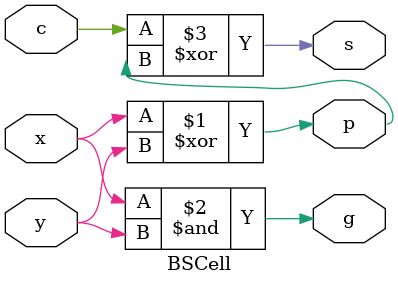
<source format=v>
module BSCell (
	input x,
	input y,
	input c,
	output s,
	output g,
	output p
);

assign p = x ^ y;
assign g = x & y;
assign s = c ^ p;

endmodule
</source>
